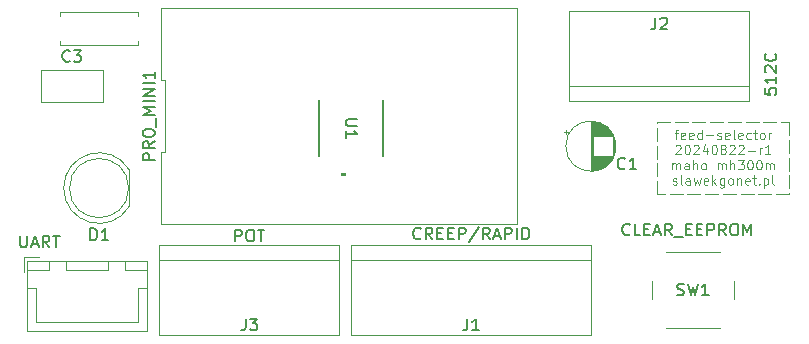
<source format=gbr>
%TF.GenerationSoftware,KiCad,Pcbnew,8.0.4*%
%TF.CreationDate,2024-08-22T00:59:55+02:00*%
%TF.ProjectId,feed-selector-v2,66656564-2d73-4656-9c65-63746f722d76,rev?*%
%TF.SameCoordinates,Original*%
%TF.FileFunction,Legend,Top*%
%TF.FilePolarity,Positive*%
%FSLAX46Y46*%
G04 Gerber Fmt 4.6, Leading zero omitted, Abs format (unit mm)*
G04 Created by KiCad (PCBNEW 8.0.4) date 2024-08-22 00:59:55*
%MOMM*%
%LPD*%
G01*
G04 APERTURE LIST*
%ADD10C,0.100000*%
%ADD11C,0.150000*%
%ADD12C,0.120000*%
%ADD13C,0.000000*%
%ADD14C,0.152400*%
G04 APERTURE END LIST*
D10*
X84296762Y-53223561D02*
X84601524Y-53223561D01*
X84411048Y-53756895D02*
X84411048Y-53071180D01*
X84411048Y-53071180D02*
X84449143Y-52994990D01*
X84449143Y-52994990D02*
X84525333Y-52956895D01*
X84525333Y-52956895D02*
X84601524Y-52956895D01*
X85172953Y-53718800D02*
X85096762Y-53756895D01*
X85096762Y-53756895D02*
X84944381Y-53756895D01*
X84944381Y-53756895D02*
X84868191Y-53718800D01*
X84868191Y-53718800D02*
X84830095Y-53642609D01*
X84830095Y-53642609D02*
X84830095Y-53337847D01*
X84830095Y-53337847D02*
X84868191Y-53261657D01*
X84868191Y-53261657D02*
X84944381Y-53223561D01*
X84944381Y-53223561D02*
X85096762Y-53223561D01*
X85096762Y-53223561D02*
X85172953Y-53261657D01*
X85172953Y-53261657D02*
X85211048Y-53337847D01*
X85211048Y-53337847D02*
X85211048Y-53414038D01*
X85211048Y-53414038D02*
X84830095Y-53490228D01*
X85858667Y-53718800D02*
X85782476Y-53756895D01*
X85782476Y-53756895D02*
X85630095Y-53756895D01*
X85630095Y-53756895D02*
X85553905Y-53718800D01*
X85553905Y-53718800D02*
X85515809Y-53642609D01*
X85515809Y-53642609D02*
X85515809Y-53337847D01*
X85515809Y-53337847D02*
X85553905Y-53261657D01*
X85553905Y-53261657D02*
X85630095Y-53223561D01*
X85630095Y-53223561D02*
X85782476Y-53223561D01*
X85782476Y-53223561D02*
X85858667Y-53261657D01*
X85858667Y-53261657D02*
X85896762Y-53337847D01*
X85896762Y-53337847D02*
X85896762Y-53414038D01*
X85896762Y-53414038D02*
X85515809Y-53490228D01*
X86582476Y-53756895D02*
X86582476Y-52956895D01*
X86582476Y-53718800D02*
X86506285Y-53756895D01*
X86506285Y-53756895D02*
X86353904Y-53756895D01*
X86353904Y-53756895D02*
X86277714Y-53718800D01*
X86277714Y-53718800D02*
X86239619Y-53680704D01*
X86239619Y-53680704D02*
X86201523Y-53604514D01*
X86201523Y-53604514D02*
X86201523Y-53375942D01*
X86201523Y-53375942D02*
X86239619Y-53299752D01*
X86239619Y-53299752D02*
X86277714Y-53261657D01*
X86277714Y-53261657D02*
X86353904Y-53223561D01*
X86353904Y-53223561D02*
X86506285Y-53223561D01*
X86506285Y-53223561D02*
X86582476Y-53261657D01*
X86963429Y-53452133D02*
X87572953Y-53452133D01*
X87915809Y-53718800D02*
X87992000Y-53756895D01*
X87992000Y-53756895D02*
X88144381Y-53756895D01*
X88144381Y-53756895D02*
X88220571Y-53718800D01*
X88220571Y-53718800D02*
X88258667Y-53642609D01*
X88258667Y-53642609D02*
X88258667Y-53604514D01*
X88258667Y-53604514D02*
X88220571Y-53528323D01*
X88220571Y-53528323D02*
X88144381Y-53490228D01*
X88144381Y-53490228D02*
X88030095Y-53490228D01*
X88030095Y-53490228D02*
X87953905Y-53452133D01*
X87953905Y-53452133D02*
X87915809Y-53375942D01*
X87915809Y-53375942D02*
X87915809Y-53337847D01*
X87915809Y-53337847D02*
X87953905Y-53261657D01*
X87953905Y-53261657D02*
X88030095Y-53223561D01*
X88030095Y-53223561D02*
X88144381Y-53223561D01*
X88144381Y-53223561D02*
X88220571Y-53261657D01*
X88906286Y-53718800D02*
X88830095Y-53756895D01*
X88830095Y-53756895D02*
X88677714Y-53756895D01*
X88677714Y-53756895D02*
X88601524Y-53718800D01*
X88601524Y-53718800D02*
X88563428Y-53642609D01*
X88563428Y-53642609D02*
X88563428Y-53337847D01*
X88563428Y-53337847D02*
X88601524Y-53261657D01*
X88601524Y-53261657D02*
X88677714Y-53223561D01*
X88677714Y-53223561D02*
X88830095Y-53223561D01*
X88830095Y-53223561D02*
X88906286Y-53261657D01*
X88906286Y-53261657D02*
X88944381Y-53337847D01*
X88944381Y-53337847D02*
X88944381Y-53414038D01*
X88944381Y-53414038D02*
X88563428Y-53490228D01*
X89401523Y-53756895D02*
X89325333Y-53718800D01*
X89325333Y-53718800D02*
X89287238Y-53642609D01*
X89287238Y-53642609D02*
X89287238Y-52956895D01*
X90011048Y-53718800D02*
X89934857Y-53756895D01*
X89934857Y-53756895D02*
X89782476Y-53756895D01*
X89782476Y-53756895D02*
X89706286Y-53718800D01*
X89706286Y-53718800D02*
X89668190Y-53642609D01*
X89668190Y-53642609D02*
X89668190Y-53337847D01*
X89668190Y-53337847D02*
X89706286Y-53261657D01*
X89706286Y-53261657D02*
X89782476Y-53223561D01*
X89782476Y-53223561D02*
X89934857Y-53223561D01*
X89934857Y-53223561D02*
X90011048Y-53261657D01*
X90011048Y-53261657D02*
X90049143Y-53337847D01*
X90049143Y-53337847D02*
X90049143Y-53414038D01*
X90049143Y-53414038D02*
X89668190Y-53490228D01*
X90734857Y-53718800D02*
X90658666Y-53756895D01*
X90658666Y-53756895D02*
X90506285Y-53756895D01*
X90506285Y-53756895D02*
X90430095Y-53718800D01*
X90430095Y-53718800D02*
X90392000Y-53680704D01*
X90392000Y-53680704D02*
X90353904Y-53604514D01*
X90353904Y-53604514D02*
X90353904Y-53375942D01*
X90353904Y-53375942D02*
X90392000Y-53299752D01*
X90392000Y-53299752D02*
X90430095Y-53261657D01*
X90430095Y-53261657D02*
X90506285Y-53223561D01*
X90506285Y-53223561D02*
X90658666Y-53223561D01*
X90658666Y-53223561D02*
X90734857Y-53261657D01*
X90963428Y-53223561D02*
X91268190Y-53223561D01*
X91077714Y-52956895D02*
X91077714Y-53642609D01*
X91077714Y-53642609D02*
X91115809Y-53718800D01*
X91115809Y-53718800D02*
X91191999Y-53756895D01*
X91191999Y-53756895D02*
X91268190Y-53756895D01*
X91649142Y-53756895D02*
X91572952Y-53718800D01*
X91572952Y-53718800D02*
X91534857Y-53680704D01*
X91534857Y-53680704D02*
X91496761Y-53604514D01*
X91496761Y-53604514D02*
X91496761Y-53375942D01*
X91496761Y-53375942D02*
X91534857Y-53299752D01*
X91534857Y-53299752D02*
X91572952Y-53261657D01*
X91572952Y-53261657D02*
X91649142Y-53223561D01*
X91649142Y-53223561D02*
X91763428Y-53223561D01*
X91763428Y-53223561D02*
X91839619Y-53261657D01*
X91839619Y-53261657D02*
X91877714Y-53299752D01*
X91877714Y-53299752D02*
X91915809Y-53375942D01*
X91915809Y-53375942D02*
X91915809Y-53604514D01*
X91915809Y-53604514D02*
X91877714Y-53680704D01*
X91877714Y-53680704D02*
X91839619Y-53718800D01*
X91839619Y-53718800D02*
X91763428Y-53756895D01*
X91763428Y-53756895D02*
X91649142Y-53756895D01*
X92258667Y-53756895D02*
X92258667Y-53223561D01*
X92258667Y-53375942D02*
X92296762Y-53299752D01*
X92296762Y-53299752D02*
X92334857Y-53261657D01*
X92334857Y-53261657D02*
X92411048Y-53223561D01*
X92411048Y-53223561D02*
X92487238Y-53223561D01*
X84372951Y-54321040D02*
X84411047Y-54282945D01*
X84411047Y-54282945D02*
X84487237Y-54244850D01*
X84487237Y-54244850D02*
X84677713Y-54244850D01*
X84677713Y-54244850D02*
X84753904Y-54282945D01*
X84753904Y-54282945D02*
X84791999Y-54321040D01*
X84791999Y-54321040D02*
X84830094Y-54397231D01*
X84830094Y-54397231D02*
X84830094Y-54473421D01*
X84830094Y-54473421D02*
X84791999Y-54587707D01*
X84791999Y-54587707D02*
X84334856Y-55044850D01*
X84334856Y-55044850D02*
X84830094Y-55044850D01*
X85325333Y-54244850D02*
X85401523Y-54244850D01*
X85401523Y-54244850D02*
X85477714Y-54282945D01*
X85477714Y-54282945D02*
X85515809Y-54321040D01*
X85515809Y-54321040D02*
X85553904Y-54397231D01*
X85553904Y-54397231D02*
X85591999Y-54549612D01*
X85591999Y-54549612D02*
X85591999Y-54740088D01*
X85591999Y-54740088D02*
X85553904Y-54892469D01*
X85553904Y-54892469D02*
X85515809Y-54968659D01*
X85515809Y-54968659D02*
X85477714Y-55006755D01*
X85477714Y-55006755D02*
X85401523Y-55044850D01*
X85401523Y-55044850D02*
X85325333Y-55044850D01*
X85325333Y-55044850D02*
X85249142Y-55006755D01*
X85249142Y-55006755D02*
X85211047Y-54968659D01*
X85211047Y-54968659D02*
X85172952Y-54892469D01*
X85172952Y-54892469D02*
X85134856Y-54740088D01*
X85134856Y-54740088D02*
X85134856Y-54549612D01*
X85134856Y-54549612D02*
X85172952Y-54397231D01*
X85172952Y-54397231D02*
X85211047Y-54321040D01*
X85211047Y-54321040D02*
X85249142Y-54282945D01*
X85249142Y-54282945D02*
X85325333Y-54244850D01*
X85896761Y-54321040D02*
X85934857Y-54282945D01*
X85934857Y-54282945D02*
X86011047Y-54244850D01*
X86011047Y-54244850D02*
X86201523Y-54244850D01*
X86201523Y-54244850D02*
X86277714Y-54282945D01*
X86277714Y-54282945D02*
X86315809Y-54321040D01*
X86315809Y-54321040D02*
X86353904Y-54397231D01*
X86353904Y-54397231D02*
X86353904Y-54473421D01*
X86353904Y-54473421D02*
X86315809Y-54587707D01*
X86315809Y-54587707D02*
X85858666Y-55044850D01*
X85858666Y-55044850D02*
X86353904Y-55044850D01*
X87039619Y-54511516D02*
X87039619Y-55044850D01*
X86849143Y-54206755D02*
X86658666Y-54778183D01*
X86658666Y-54778183D02*
X87153905Y-54778183D01*
X87611048Y-54244850D02*
X87687238Y-54244850D01*
X87687238Y-54244850D02*
X87763429Y-54282945D01*
X87763429Y-54282945D02*
X87801524Y-54321040D01*
X87801524Y-54321040D02*
X87839619Y-54397231D01*
X87839619Y-54397231D02*
X87877714Y-54549612D01*
X87877714Y-54549612D02*
X87877714Y-54740088D01*
X87877714Y-54740088D02*
X87839619Y-54892469D01*
X87839619Y-54892469D02*
X87801524Y-54968659D01*
X87801524Y-54968659D02*
X87763429Y-55006755D01*
X87763429Y-55006755D02*
X87687238Y-55044850D01*
X87687238Y-55044850D02*
X87611048Y-55044850D01*
X87611048Y-55044850D02*
X87534857Y-55006755D01*
X87534857Y-55006755D02*
X87496762Y-54968659D01*
X87496762Y-54968659D02*
X87458667Y-54892469D01*
X87458667Y-54892469D02*
X87420571Y-54740088D01*
X87420571Y-54740088D02*
X87420571Y-54549612D01*
X87420571Y-54549612D02*
X87458667Y-54397231D01*
X87458667Y-54397231D02*
X87496762Y-54321040D01*
X87496762Y-54321040D02*
X87534857Y-54282945D01*
X87534857Y-54282945D02*
X87611048Y-54244850D01*
X88334857Y-54587707D02*
X88258667Y-54549612D01*
X88258667Y-54549612D02*
X88220572Y-54511516D01*
X88220572Y-54511516D02*
X88182476Y-54435326D01*
X88182476Y-54435326D02*
X88182476Y-54397231D01*
X88182476Y-54397231D02*
X88220572Y-54321040D01*
X88220572Y-54321040D02*
X88258667Y-54282945D01*
X88258667Y-54282945D02*
X88334857Y-54244850D01*
X88334857Y-54244850D02*
X88487238Y-54244850D01*
X88487238Y-54244850D02*
X88563429Y-54282945D01*
X88563429Y-54282945D02*
X88601524Y-54321040D01*
X88601524Y-54321040D02*
X88639619Y-54397231D01*
X88639619Y-54397231D02*
X88639619Y-54435326D01*
X88639619Y-54435326D02*
X88601524Y-54511516D01*
X88601524Y-54511516D02*
X88563429Y-54549612D01*
X88563429Y-54549612D02*
X88487238Y-54587707D01*
X88487238Y-54587707D02*
X88334857Y-54587707D01*
X88334857Y-54587707D02*
X88258667Y-54625802D01*
X88258667Y-54625802D02*
X88220572Y-54663897D01*
X88220572Y-54663897D02*
X88182476Y-54740088D01*
X88182476Y-54740088D02*
X88182476Y-54892469D01*
X88182476Y-54892469D02*
X88220572Y-54968659D01*
X88220572Y-54968659D02*
X88258667Y-55006755D01*
X88258667Y-55006755D02*
X88334857Y-55044850D01*
X88334857Y-55044850D02*
X88487238Y-55044850D01*
X88487238Y-55044850D02*
X88563429Y-55006755D01*
X88563429Y-55006755D02*
X88601524Y-54968659D01*
X88601524Y-54968659D02*
X88639619Y-54892469D01*
X88639619Y-54892469D02*
X88639619Y-54740088D01*
X88639619Y-54740088D02*
X88601524Y-54663897D01*
X88601524Y-54663897D02*
X88563429Y-54625802D01*
X88563429Y-54625802D02*
X88487238Y-54587707D01*
X88944381Y-54321040D02*
X88982477Y-54282945D01*
X88982477Y-54282945D02*
X89058667Y-54244850D01*
X89058667Y-54244850D02*
X89249143Y-54244850D01*
X89249143Y-54244850D02*
X89325334Y-54282945D01*
X89325334Y-54282945D02*
X89363429Y-54321040D01*
X89363429Y-54321040D02*
X89401524Y-54397231D01*
X89401524Y-54397231D02*
X89401524Y-54473421D01*
X89401524Y-54473421D02*
X89363429Y-54587707D01*
X89363429Y-54587707D02*
X88906286Y-55044850D01*
X88906286Y-55044850D02*
X89401524Y-55044850D01*
X89706286Y-54321040D02*
X89744382Y-54282945D01*
X89744382Y-54282945D02*
X89820572Y-54244850D01*
X89820572Y-54244850D02*
X90011048Y-54244850D01*
X90011048Y-54244850D02*
X90087239Y-54282945D01*
X90087239Y-54282945D02*
X90125334Y-54321040D01*
X90125334Y-54321040D02*
X90163429Y-54397231D01*
X90163429Y-54397231D02*
X90163429Y-54473421D01*
X90163429Y-54473421D02*
X90125334Y-54587707D01*
X90125334Y-54587707D02*
X89668191Y-55044850D01*
X89668191Y-55044850D02*
X90163429Y-55044850D01*
X90506287Y-54740088D02*
X91115811Y-54740088D01*
X91496763Y-55044850D02*
X91496763Y-54511516D01*
X91496763Y-54663897D02*
X91534858Y-54587707D01*
X91534858Y-54587707D02*
X91572953Y-54549612D01*
X91572953Y-54549612D02*
X91649144Y-54511516D01*
X91649144Y-54511516D02*
X91725334Y-54511516D01*
X92411048Y-55044850D02*
X91953905Y-55044850D01*
X92182477Y-55044850D02*
X92182477Y-54244850D01*
X92182477Y-54244850D02*
X92106286Y-54359135D01*
X92106286Y-54359135D02*
X92030096Y-54435326D01*
X92030096Y-54435326D02*
X91953905Y-54473421D01*
X84087236Y-56332805D02*
X84087236Y-55799471D01*
X84087236Y-55875662D02*
X84125331Y-55837567D01*
X84125331Y-55837567D02*
X84201521Y-55799471D01*
X84201521Y-55799471D02*
X84315807Y-55799471D01*
X84315807Y-55799471D02*
X84391998Y-55837567D01*
X84391998Y-55837567D02*
X84430093Y-55913757D01*
X84430093Y-55913757D02*
X84430093Y-56332805D01*
X84430093Y-55913757D02*
X84468188Y-55837567D01*
X84468188Y-55837567D02*
X84544379Y-55799471D01*
X84544379Y-55799471D02*
X84658664Y-55799471D01*
X84658664Y-55799471D02*
X84734855Y-55837567D01*
X84734855Y-55837567D02*
X84772950Y-55913757D01*
X84772950Y-55913757D02*
X84772950Y-56332805D01*
X85496760Y-56332805D02*
X85496760Y-55913757D01*
X85496760Y-55913757D02*
X85458665Y-55837567D01*
X85458665Y-55837567D02*
X85382474Y-55799471D01*
X85382474Y-55799471D02*
X85230093Y-55799471D01*
X85230093Y-55799471D02*
X85153903Y-55837567D01*
X85496760Y-56294710D02*
X85420569Y-56332805D01*
X85420569Y-56332805D02*
X85230093Y-56332805D01*
X85230093Y-56332805D02*
X85153903Y-56294710D01*
X85153903Y-56294710D02*
X85115807Y-56218519D01*
X85115807Y-56218519D02*
X85115807Y-56142329D01*
X85115807Y-56142329D02*
X85153903Y-56066138D01*
X85153903Y-56066138D02*
X85230093Y-56028043D01*
X85230093Y-56028043D02*
X85420569Y-56028043D01*
X85420569Y-56028043D02*
X85496760Y-55989948D01*
X85877713Y-56332805D02*
X85877713Y-55532805D01*
X86220570Y-56332805D02*
X86220570Y-55913757D01*
X86220570Y-55913757D02*
X86182475Y-55837567D01*
X86182475Y-55837567D02*
X86106284Y-55799471D01*
X86106284Y-55799471D02*
X85991998Y-55799471D01*
X85991998Y-55799471D02*
X85915808Y-55837567D01*
X85915808Y-55837567D02*
X85877713Y-55875662D01*
X86715808Y-56332805D02*
X86639618Y-56294710D01*
X86639618Y-56294710D02*
X86601523Y-56256614D01*
X86601523Y-56256614D02*
X86563427Y-56180424D01*
X86563427Y-56180424D02*
X86563427Y-55951852D01*
X86563427Y-55951852D02*
X86601523Y-55875662D01*
X86601523Y-55875662D02*
X86639618Y-55837567D01*
X86639618Y-55837567D02*
X86715808Y-55799471D01*
X86715808Y-55799471D02*
X86830094Y-55799471D01*
X86830094Y-55799471D02*
X86906285Y-55837567D01*
X86906285Y-55837567D02*
X86944380Y-55875662D01*
X86944380Y-55875662D02*
X86982475Y-55951852D01*
X86982475Y-55951852D02*
X86982475Y-56180424D01*
X86982475Y-56180424D02*
X86944380Y-56256614D01*
X86944380Y-56256614D02*
X86906285Y-56294710D01*
X86906285Y-56294710D02*
X86830094Y-56332805D01*
X86830094Y-56332805D02*
X86715808Y-56332805D01*
X87934857Y-56332805D02*
X87934857Y-55799471D01*
X87934857Y-55875662D02*
X87972952Y-55837567D01*
X87972952Y-55837567D02*
X88049142Y-55799471D01*
X88049142Y-55799471D02*
X88163428Y-55799471D01*
X88163428Y-55799471D02*
X88239619Y-55837567D01*
X88239619Y-55837567D02*
X88277714Y-55913757D01*
X88277714Y-55913757D02*
X88277714Y-56332805D01*
X88277714Y-55913757D02*
X88315809Y-55837567D01*
X88315809Y-55837567D02*
X88392000Y-55799471D01*
X88392000Y-55799471D02*
X88506285Y-55799471D01*
X88506285Y-55799471D02*
X88582476Y-55837567D01*
X88582476Y-55837567D02*
X88620571Y-55913757D01*
X88620571Y-55913757D02*
X88620571Y-56332805D01*
X89001524Y-56332805D02*
X89001524Y-55532805D01*
X89344381Y-56332805D02*
X89344381Y-55913757D01*
X89344381Y-55913757D02*
X89306286Y-55837567D01*
X89306286Y-55837567D02*
X89230095Y-55799471D01*
X89230095Y-55799471D02*
X89115809Y-55799471D01*
X89115809Y-55799471D02*
X89039619Y-55837567D01*
X89039619Y-55837567D02*
X89001524Y-55875662D01*
X89649143Y-55532805D02*
X90144381Y-55532805D01*
X90144381Y-55532805D02*
X89877715Y-55837567D01*
X89877715Y-55837567D02*
X89992000Y-55837567D01*
X89992000Y-55837567D02*
X90068191Y-55875662D01*
X90068191Y-55875662D02*
X90106286Y-55913757D01*
X90106286Y-55913757D02*
X90144381Y-55989948D01*
X90144381Y-55989948D02*
X90144381Y-56180424D01*
X90144381Y-56180424D02*
X90106286Y-56256614D01*
X90106286Y-56256614D02*
X90068191Y-56294710D01*
X90068191Y-56294710D02*
X89992000Y-56332805D01*
X89992000Y-56332805D02*
X89763429Y-56332805D01*
X89763429Y-56332805D02*
X89687238Y-56294710D01*
X89687238Y-56294710D02*
X89649143Y-56256614D01*
X90639620Y-55532805D02*
X90715810Y-55532805D01*
X90715810Y-55532805D02*
X90792001Y-55570900D01*
X90792001Y-55570900D02*
X90830096Y-55608995D01*
X90830096Y-55608995D02*
X90868191Y-55685186D01*
X90868191Y-55685186D02*
X90906286Y-55837567D01*
X90906286Y-55837567D02*
X90906286Y-56028043D01*
X90906286Y-56028043D02*
X90868191Y-56180424D01*
X90868191Y-56180424D02*
X90830096Y-56256614D01*
X90830096Y-56256614D02*
X90792001Y-56294710D01*
X90792001Y-56294710D02*
X90715810Y-56332805D01*
X90715810Y-56332805D02*
X90639620Y-56332805D01*
X90639620Y-56332805D02*
X90563429Y-56294710D01*
X90563429Y-56294710D02*
X90525334Y-56256614D01*
X90525334Y-56256614D02*
X90487239Y-56180424D01*
X90487239Y-56180424D02*
X90449143Y-56028043D01*
X90449143Y-56028043D02*
X90449143Y-55837567D01*
X90449143Y-55837567D02*
X90487239Y-55685186D01*
X90487239Y-55685186D02*
X90525334Y-55608995D01*
X90525334Y-55608995D02*
X90563429Y-55570900D01*
X90563429Y-55570900D02*
X90639620Y-55532805D01*
X91401525Y-55532805D02*
X91477715Y-55532805D01*
X91477715Y-55532805D02*
X91553906Y-55570900D01*
X91553906Y-55570900D02*
X91592001Y-55608995D01*
X91592001Y-55608995D02*
X91630096Y-55685186D01*
X91630096Y-55685186D02*
X91668191Y-55837567D01*
X91668191Y-55837567D02*
X91668191Y-56028043D01*
X91668191Y-56028043D02*
X91630096Y-56180424D01*
X91630096Y-56180424D02*
X91592001Y-56256614D01*
X91592001Y-56256614D02*
X91553906Y-56294710D01*
X91553906Y-56294710D02*
X91477715Y-56332805D01*
X91477715Y-56332805D02*
X91401525Y-56332805D01*
X91401525Y-56332805D02*
X91325334Y-56294710D01*
X91325334Y-56294710D02*
X91287239Y-56256614D01*
X91287239Y-56256614D02*
X91249144Y-56180424D01*
X91249144Y-56180424D02*
X91211048Y-56028043D01*
X91211048Y-56028043D02*
X91211048Y-55837567D01*
X91211048Y-55837567D02*
X91249144Y-55685186D01*
X91249144Y-55685186D02*
X91287239Y-55608995D01*
X91287239Y-55608995D02*
X91325334Y-55570900D01*
X91325334Y-55570900D02*
X91401525Y-55532805D01*
X92011049Y-56332805D02*
X92011049Y-55799471D01*
X92011049Y-55875662D02*
X92049144Y-55837567D01*
X92049144Y-55837567D02*
X92125334Y-55799471D01*
X92125334Y-55799471D02*
X92239620Y-55799471D01*
X92239620Y-55799471D02*
X92315811Y-55837567D01*
X92315811Y-55837567D02*
X92353906Y-55913757D01*
X92353906Y-55913757D02*
X92353906Y-56332805D01*
X92353906Y-55913757D02*
X92392001Y-55837567D01*
X92392001Y-55837567D02*
X92468192Y-55799471D01*
X92468192Y-55799471D02*
X92582477Y-55799471D01*
X92582477Y-55799471D02*
X92658668Y-55837567D01*
X92658668Y-55837567D02*
X92696763Y-55913757D01*
X92696763Y-55913757D02*
X92696763Y-56332805D01*
X84144379Y-57582665D02*
X84220570Y-57620760D01*
X84220570Y-57620760D02*
X84372951Y-57620760D01*
X84372951Y-57620760D02*
X84449141Y-57582665D01*
X84449141Y-57582665D02*
X84487237Y-57506474D01*
X84487237Y-57506474D02*
X84487237Y-57468379D01*
X84487237Y-57468379D02*
X84449141Y-57392188D01*
X84449141Y-57392188D02*
X84372951Y-57354093D01*
X84372951Y-57354093D02*
X84258665Y-57354093D01*
X84258665Y-57354093D02*
X84182475Y-57315998D01*
X84182475Y-57315998D02*
X84144379Y-57239807D01*
X84144379Y-57239807D02*
X84144379Y-57201712D01*
X84144379Y-57201712D02*
X84182475Y-57125522D01*
X84182475Y-57125522D02*
X84258665Y-57087426D01*
X84258665Y-57087426D02*
X84372951Y-57087426D01*
X84372951Y-57087426D02*
X84449141Y-57125522D01*
X84944379Y-57620760D02*
X84868189Y-57582665D01*
X84868189Y-57582665D02*
X84830094Y-57506474D01*
X84830094Y-57506474D02*
X84830094Y-56820760D01*
X85591999Y-57620760D02*
X85591999Y-57201712D01*
X85591999Y-57201712D02*
X85553904Y-57125522D01*
X85553904Y-57125522D02*
X85477713Y-57087426D01*
X85477713Y-57087426D02*
X85325332Y-57087426D01*
X85325332Y-57087426D02*
X85249142Y-57125522D01*
X85591999Y-57582665D02*
X85515808Y-57620760D01*
X85515808Y-57620760D02*
X85325332Y-57620760D01*
X85325332Y-57620760D02*
X85249142Y-57582665D01*
X85249142Y-57582665D02*
X85211046Y-57506474D01*
X85211046Y-57506474D02*
X85211046Y-57430284D01*
X85211046Y-57430284D02*
X85249142Y-57354093D01*
X85249142Y-57354093D02*
X85325332Y-57315998D01*
X85325332Y-57315998D02*
X85515808Y-57315998D01*
X85515808Y-57315998D02*
X85591999Y-57277903D01*
X85896761Y-57087426D02*
X86049142Y-57620760D01*
X86049142Y-57620760D02*
X86201523Y-57239807D01*
X86201523Y-57239807D02*
X86353904Y-57620760D01*
X86353904Y-57620760D02*
X86506285Y-57087426D01*
X87115809Y-57582665D02*
X87039618Y-57620760D01*
X87039618Y-57620760D02*
X86887237Y-57620760D01*
X86887237Y-57620760D02*
X86811047Y-57582665D01*
X86811047Y-57582665D02*
X86772951Y-57506474D01*
X86772951Y-57506474D02*
X86772951Y-57201712D01*
X86772951Y-57201712D02*
X86811047Y-57125522D01*
X86811047Y-57125522D02*
X86887237Y-57087426D01*
X86887237Y-57087426D02*
X87039618Y-57087426D01*
X87039618Y-57087426D02*
X87115809Y-57125522D01*
X87115809Y-57125522D02*
X87153904Y-57201712D01*
X87153904Y-57201712D02*
X87153904Y-57277903D01*
X87153904Y-57277903D02*
X86772951Y-57354093D01*
X87496761Y-57620760D02*
X87496761Y-56820760D01*
X87572951Y-57315998D02*
X87801523Y-57620760D01*
X87801523Y-57087426D02*
X87496761Y-57392188D01*
X88487237Y-57087426D02*
X88487237Y-57735045D01*
X88487237Y-57735045D02*
X88449142Y-57811236D01*
X88449142Y-57811236D02*
X88411046Y-57849331D01*
X88411046Y-57849331D02*
X88334856Y-57887426D01*
X88334856Y-57887426D02*
X88220570Y-57887426D01*
X88220570Y-57887426D02*
X88144380Y-57849331D01*
X88487237Y-57582665D02*
X88411046Y-57620760D01*
X88411046Y-57620760D02*
X88258665Y-57620760D01*
X88258665Y-57620760D02*
X88182475Y-57582665D01*
X88182475Y-57582665D02*
X88144380Y-57544569D01*
X88144380Y-57544569D02*
X88106284Y-57468379D01*
X88106284Y-57468379D02*
X88106284Y-57239807D01*
X88106284Y-57239807D02*
X88144380Y-57163617D01*
X88144380Y-57163617D02*
X88182475Y-57125522D01*
X88182475Y-57125522D02*
X88258665Y-57087426D01*
X88258665Y-57087426D02*
X88411046Y-57087426D01*
X88411046Y-57087426D02*
X88487237Y-57125522D01*
X88982475Y-57620760D02*
X88906285Y-57582665D01*
X88906285Y-57582665D02*
X88868190Y-57544569D01*
X88868190Y-57544569D02*
X88830094Y-57468379D01*
X88830094Y-57468379D02*
X88830094Y-57239807D01*
X88830094Y-57239807D02*
X88868190Y-57163617D01*
X88868190Y-57163617D02*
X88906285Y-57125522D01*
X88906285Y-57125522D02*
X88982475Y-57087426D01*
X88982475Y-57087426D02*
X89096761Y-57087426D01*
X89096761Y-57087426D02*
X89172952Y-57125522D01*
X89172952Y-57125522D02*
X89211047Y-57163617D01*
X89211047Y-57163617D02*
X89249142Y-57239807D01*
X89249142Y-57239807D02*
X89249142Y-57468379D01*
X89249142Y-57468379D02*
X89211047Y-57544569D01*
X89211047Y-57544569D02*
X89172952Y-57582665D01*
X89172952Y-57582665D02*
X89096761Y-57620760D01*
X89096761Y-57620760D02*
X88982475Y-57620760D01*
X89592000Y-57087426D02*
X89592000Y-57620760D01*
X89592000Y-57163617D02*
X89630095Y-57125522D01*
X89630095Y-57125522D02*
X89706285Y-57087426D01*
X89706285Y-57087426D02*
X89820571Y-57087426D01*
X89820571Y-57087426D02*
X89896762Y-57125522D01*
X89896762Y-57125522D02*
X89934857Y-57201712D01*
X89934857Y-57201712D02*
X89934857Y-57620760D01*
X90620572Y-57582665D02*
X90544381Y-57620760D01*
X90544381Y-57620760D02*
X90392000Y-57620760D01*
X90392000Y-57620760D02*
X90315810Y-57582665D01*
X90315810Y-57582665D02*
X90277714Y-57506474D01*
X90277714Y-57506474D02*
X90277714Y-57201712D01*
X90277714Y-57201712D02*
X90315810Y-57125522D01*
X90315810Y-57125522D02*
X90392000Y-57087426D01*
X90392000Y-57087426D02*
X90544381Y-57087426D01*
X90544381Y-57087426D02*
X90620572Y-57125522D01*
X90620572Y-57125522D02*
X90658667Y-57201712D01*
X90658667Y-57201712D02*
X90658667Y-57277903D01*
X90658667Y-57277903D02*
X90277714Y-57354093D01*
X90887238Y-57087426D02*
X91192000Y-57087426D01*
X91001524Y-56820760D02*
X91001524Y-57506474D01*
X91001524Y-57506474D02*
X91039619Y-57582665D01*
X91039619Y-57582665D02*
X91115809Y-57620760D01*
X91115809Y-57620760D02*
X91192000Y-57620760D01*
X91458667Y-57544569D02*
X91496762Y-57582665D01*
X91496762Y-57582665D02*
X91458667Y-57620760D01*
X91458667Y-57620760D02*
X91420571Y-57582665D01*
X91420571Y-57582665D02*
X91458667Y-57544569D01*
X91458667Y-57544569D02*
X91458667Y-57620760D01*
X91839619Y-57087426D02*
X91839619Y-57887426D01*
X91839619Y-57125522D02*
X91915809Y-57087426D01*
X91915809Y-57087426D02*
X92068190Y-57087426D01*
X92068190Y-57087426D02*
X92144381Y-57125522D01*
X92144381Y-57125522D02*
X92182476Y-57163617D01*
X92182476Y-57163617D02*
X92220571Y-57239807D01*
X92220571Y-57239807D02*
X92220571Y-57468379D01*
X92220571Y-57468379D02*
X92182476Y-57544569D01*
X92182476Y-57544569D02*
X92144381Y-57582665D01*
X92144381Y-57582665D02*
X92068190Y-57620760D01*
X92068190Y-57620760D02*
X91915809Y-57620760D01*
X91915809Y-57620760D02*
X91839619Y-57582665D01*
X92677714Y-57620760D02*
X92601524Y-57582665D01*
X92601524Y-57582665D02*
X92563429Y-57506474D01*
X92563429Y-57506474D02*
X92563429Y-56820760D01*
X82804000Y-52324000D02*
X83904000Y-52324000D01*
X84304000Y-52324000D02*
X85404000Y-52324000D01*
X85804000Y-52324000D02*
X86904000Y-52324000D01*
X87304000Y-52324000D02*
X88404000Y-52324000D01*
X88804000Y-52324000D02*
X89904000Y-52324000D01*
X90304000Y-52324000D02*
X91404000Y-52324000D01*
X91804000Y-52324000D02*
X92904000Y-52324000D01*
X93304000Y-52324000D02*
X93980000Y-52324000D01*
X93980000Y-52324000D02*
X93980000Y-53424000D01*
X93980000Y-53824000D02*
X93980000Y-54924000D01*
X93980000Y-55324000D02*
X93980000Y-56424000D01*
X93980000Y-56824000D02*
X93980000Y-57924000D01*
X93980000Y-58324000D02*
X93980000Y-58420000D01*
X93980000Y-58420000D02*
X92880000Y-58420000D01*
X92480000Y-58420000D02*
X91380000Y-58420000D01*
X90980000Y-58420000D02*
X89880000Y-58420000D01*
X89480000Y-58420000D02*
X88380000Y-58420000D01*
X87980000Y-58420000D02*
X86880000Y-58420000D01*
X86480000Y-58420000D02*
X85380000Y-58420000D01*
X84980000Y-58420000D02*
X83880000Y-58420000D01*
X83480000Y-58420000D02*
X82804000Y-58420000D01*
X82804000Y-58420000D02*
X82804000Y-57320000D01*
X82804000Y-56920000D02*
X82804000Y-55820000D01*
X82804000Y-55420000D02*
X82804000Y-54320000D01*
X82804000Y-53920000D02*
X82804000Y-52820000D01*
X82804000Y-52420000D02*
X82804000Y-52324000D01*
D11*
X40264819Y-55530284D02*
X39264819Y-55530284D01*
X39264819Y-55530284D02*
X39264819Y-55149332D01*
X39264819Y-55149332D02*
X39312438Y-55054094D01*
X39312438Y-55054094D02*
X39360057Y-55006475D01*
X39360057Y-55006475D02*
X39455295Y-54958856D01*
X39455295Y-54958856D02*
X39598152Y-54958856D01*
X39598152Y-54958856D02*
X39693390Y-55006475D01*
X39693390Y-55006475D02*
X39741009Y-55054094D01*
X39741009Y-55054094D02*
X39788628Y-55149332D01*
X39788628Y-55149332D02*
X39788628Y-55530284D01*
X40264819Y-53958856D02*
X39788628Y-54292189D01*
X40264819Y-54530284D02*
X39264819Y-54530284D01*
X39264819Y-54530284D02*
X39264819Y-54149332D01*
X39264819Y-54149332D02*
X39312438Y-54054094D01*
X39312438Y-54054094D02*
X39360057Y-54006475D01*
X39360057Y-54006475D02*
X39455295Y-53958856D01*
X39455295Y-53958856D02*
X39598152Y-53958856D01*
X39598152Y-53958856D02*
X39693390Y-54006475D01*
X39693390Y-54006475D02*
X39741009Y-54054094D01*
X39741009Y-54054094D02*
X39788628Y-54149332D01*
X39788628Y-54149332D02*
X39788628Y-54530284D01*
X39264819Y-53339808D02*
X39264819Y-53149332D01*
X39264819Y-53149332D02*
X39312438Y-53054094D01*
X39312438Y-53054094D02*
X39407676Y-52958856D01*
X39407676Y-52958856D02*
X39598152Y-52911237D01*
X39598152Y-52911237D02*
X39931485Y-52911237D01*
X39931485Y-52911237D02*
X40121961Y-52958856D01*
X40121961Y-52958856D02*
X40217200Y-53054094D01*
X40217200Y-53054094D02*
X40264819Y-53149332D01*
X40264819Y-53149332D02*
X40264819Y-53339808D01*
X40264819Y-53339808D02*
X40217200Y-53435046D01*
X40217200Y-53435046D02*
X40121961Y-53530284D01*
X40121961Y-53530284D02*
X39931485Y-53577903D01*
X39931485Y-53577903D02*
X39598152Y-53577903D01*
X39598152Y-53577903D02*
X39407676Y-53530284D01*
X39407676Y-53530284D02*
X39312438Y-53435046D01*
X39312438Y-53435046D02*
X39264819Y-53339808D01*
X40360057Y-52720761D02*
X40360057Y-51958856D01*
X40264819Y-51720760D02*
X39264819Y-51720760D01*
X39264819Y-51720760D02*
X39979104Y-51387427D01*
X39979104Y-51387427D02*
X39264819Y-51054094D01*
X39264819Y-51054094D02*
X40264819Y-51054094D01*
X40264819Y-50577903D02*
X39264819Y-50577903D01*
X40264819Y-50101713D02*
X39264819Y-50101713D01*
X39264819Y-50101713D02*
X40264819Y-49530285D01*
X40264819Y-49530285D02*
X39264819Y-49530285D01*
X40264819Y-49054094D02*
X39264819Y-49054094D01*
X40264819Y-48054095D02*
X40264819Y-48625523D01*
X40264819Y-48339809D02*
X39264819Y-48339809D01*
X39264819Y-48339809D02*
X39407676Y-48435047D01*
X39407676Y-48435047D02*
X39502914Y-48530285D01*
X39502914Y-48530285D02*
X39550533Y-48625523D01*
X80097333Y-56239580D02*
X80049714Y-56287200D01*
X80049714Y-56287200D02*
X79906857Y-56334819D01*
X79906857Y-56334819D02*
X79811619Y-56334819D01*
X79811619Y-56334819D02*
X79668762Y-56287200D01*
X79668762Y-56287200D02*
X79573524Y-56191961D01*
X79573524Y-56191961D02*
X79525905Y-56096723D01*
X79525905Y-56096723D02*
X79478286Y-55906247D01*
X79478286Y-55906247D02*
X79478286Y-55763390D01*
X79478286Y-55763390D02*
X79525905Y-55572914D01*
X79525905Y-55572914D02*
X79573524Y-55477676D01*
X79573524Y-55477676D02*
X79668762Y-55382438D01*
X79668762Y-55382438D02*
X79811619Y-55334819D01*
X79811619Y-55334819D02*
X79906857Y-55334819D01*
X79906857Y-55334819D02*
X80049714Y-55382438D01*
X80049714Y-55382438D02*
X80097333Y-55430057D01*
X81049714Y-56334819D02*
X80478286Y-56334819D01*
X80764000Y-56334819D02*
X80764000Y-55334819D01*
X80764000Y-55334819D02*
X80668762Y-55477676D01*
X80668762Y-55477676D02*
X80573524Y-55572914D01*
X80573524Y-55572914D02*
X80478286Y-55620533D01*
X66742666Y-68962819D02*
X66742666Y-69677104D01*
X66742666Y-69677104D02*
X66695047Y-69819961D01*
X66695047Y-69819961D02*
X66599809Y-69915200D01*
X66599809Y-69915200D02*
X66456952Y-69962819D01*
X66456952Y-69962819D02*
X66361714Y-69962819D01*
X67742666Y-69962819D02*
X67171238Y-69962819D01*
X67456952Y-69962819D02*
X67456952Y-68962819D01*
X67456952Y-68962819D02*
X67361714Y-69105676D01*
X67361714Y-69105676D02*
X67266476Y-69200914D01*
X67266476Y-69200914D02*
X67171238Y-69248533D01*
X62790285Y-62157580D02*
X62742666Y-62205200D01*
X62742666Y-62205200D02*
X62599809Y-62252819D01*
X62599809Y-62252819D02*
X62504571Y-62252819D01*
X62504571Y-62252819D02*
X62361714Y-62205200D01*
X62361714Y-62205200D02*
X62266476Y-62109961D01*
X62266476Y-62109961D02*
X62218857Y-62014723D01*
X62218857Y-62014723D02*
X62171238Y-61824247D01*
X62171238Y-61824247D02*
X62171238Y-61681390D01*
X62171238Y-61681390D02*
X62218857Y-61490914D01*
X62218857Y-61490914D02*
X62266476Y-61395676D01*
X62266476Y-61395676D02*
X62361714Y-61300438D01*
X62361714Y-61300438D02*
X62504571Y-61252819D01*
X62504571Y-61252819D02*
X62599809Y-61252819D01*
X62599809Y-61252819D02*
X62742666Y-61300438D01*
X62742666Y-61300438D02*
X62790285Y-61348057D01*
X63790285Y-62252819D02*
X63456952Y-61776628D01*
X63218857Y-62252819D02*
X63218857Y-61252819D01*
X63218857Y-61252819D02*
X63599809Y-61252819D01*
X63599809Y-61252819D02*
X63695047Y-61300438D01*
X63695047Y-61300438D02*
X63742666Y-61348057D01*
X63742666Y-61348057D02*
X63790285Y-61443295D01*
X63790285Y-61443295D02*
X63790285Y-61586152D01*
X63790285Y-61586152D02*
X63742666Y-61681390D01*
X63742666Y-61681390D02*
X63695047Y-61729009D01*
X63695047Y-61729009D02*
X63599809Y-61776628D01*
X63599809Y-61776628D02*
X63218857Y-61776628D01*
X64218857Y-61729009D02*
X64552190Y-61729009D01*
X64695047Y-62252819D02*
X64218857Y-62252819D01*
X64218857Y-62252819D02*
X64218857Y-61252819D01*
X64218857Y-61252819D02*
X64695047Y-61252819D01*
X65123619Y-61729009D02*
X65456952Y-61729009D01*
X65599809Y-62252819D02*
X65123619Y-62252819D01*
X65123619Y-62252819D02*
X65123619Y-61252819D01*
X65123619Y-61252819D02*
X65599809Y-61252819D01*
X66028381Y-62252819D02*
X66028381Y-61252819D01*
X66028381Y-61252819D02*
X66409333Y-61252819D01*
X66409333Y-61252819D02*
X66504571Y-61300438D01*
X66504571Y-61300438D02*
X66552190Y-61348057D01*
X66552190Y-61348057D02*
X66599809Y-61443295D01*
X66599809Y-61443295D02*
X66599809Y-61586152D01*
X66599809Y-61586152D02*
X66552190Y-61681390D01*
X66552190Y-61681390D02*
X66504571Y-61729009D01*
X66504571Y-61729009D02*
X66409333Y-61776628D01*
X66409333Y-61776628D02*
X66028381Y-61776628D01*
X67742666Y-61205200D02*
X66885524Y-62490914D01*
X68647428Y-62252819D02*
X68314095Y-61776628D01*
X68076000Y-62252819D02*
X68076000Y-61252819D01*
X68076000Y-61252819D02*
X68456952Y-61252819D01*
X68456952Y-61252819D02*
X68552190Y-61300438D01*
X68552190Y-61300438D02*
X68599809Y-61348057D01*
X68599809Y-61348057D02*
X68647428Y-61443295D01*
X68647428Y-61443295D02*
X68647428Y-61586152D01*
X68647428Y-61586152D02*
X68599809Y-61681390D01*
X68599809Y-61681390D02*
X68552190Y-61729009D01*
X68552190Y-61729009D02*
X68456952Y-61776628D01*
X68456952Y-61776628D02*
X68076000Y-61776628D01*
X69028381Y-61967104D02*
X69504571Y-61967104D01*
X68933143Y-62252819D02*
X69266476Y-61252819D01*
X69266476Y-61252819D02*
X69599809Y-62252819D01*
X69933143Y-62252819D02*
X69933143Y-61252819D01*
X69933143Y-61252819D02*
X70314095Y-61252819D01*
X70314095Y-61252819D02*
X70409333Y-61300438D01*
X70409333Y-61300438D02*
X70456952Y-61348057D01*
X70456952Y-61348057D02*
X70504571Y-61443295D01*
X70504571Y-61443295D02*
X70504571Y-61586152D01*
X70504571Y-61586152D02*
X70456952Y-61681390D01*
X70456952Y-61681390D02*
X70409333Y-61729009D01*
X70409333Y-61729009D02*
X70314095Y-61776628D01*
X70314095Y-61776628D02*
X69933143Y-61776628D01*
X70933143Y-62252819D02*
X70933143Y-61252819D01*
X71409333Y-62252819D02*
X71409333Y-61252819D01*
X71409333Y-61252819D02*
X71647428Y-61252819D01*
X71647428Y-61252819D02*
X71790285Y-61300438D01*
X71790285Y-61300438D02*
X71885523Y-61395676D01*
X71885523Y-61395676D02*
X71933142Y-61490914D01*
X71933142Y-61490914D02*
X71980761Y-61681390D01*
X71980761Y-61681390D02*
X71980761Y-61824247D01*
X71980761Y-61824247D02*
X71933142Y-62014723D01*
X71933142Y-62014723D02*
X71885523Y-62109961D01*
X71885523Y-62109961D02*
X71790285Y-62205200D01*
X71790285Y-62205200D02*
X71647428Y-62252819D01*
X71647428Y-62252819D02*
X71409333Y-62252819D01*
X47966666Y-68962819D02*
X47966666Y-69677104D01*
X47966666Y-69677104D02*
X47919047Y-69819961D01*
X47919047Y-69819961D02*
X47823809Y-69915200D01*
X47823809Y-69915200D02*
X47680952Y-69962819D01*
X47680952Y-69962819D02*
X47585714Y-69962819D01*
X48347619Y-68962819D02*
X48966666Y-68962819D01*
X48966666Y-68962819D02*
X48633333Y-69343771D01*
X48633333Y-69343771D02*
X48776190Y-69343771D01*
X48776190Y-69343771D02*
X48871428Y-69391390D01*
X48871428Y-69391390D02*
X48919047Y-69439009D01*
X48919047Y-69439009D02*
X48966666Y-69534247D01*
X48966666Y-69534247D02*
X48966666Y-69772342D01*
X48966666Y-69772342D02*
X48919047Y-69867580D01*
X48919047Y-69867580D02*
X48871428Y-69915200D01*
X48871428Y-69915200D02*
X48776190Y-69962819D01*
X48776190Y-69962819D02*
X48490476Y-69962819D01*
X48490476Y-69962819D02*
X48395238Y-69915200D01*
X48395238Y-69915200D02*
X48347619Y-69867580D01*
X47093333Y-62430819D02*
X47093333Y-61430819D01*
X47093333Y-61430819D02*
X47474285Y-61430819D01*
X47474285Y-61430819D02*
X47569523Y-61478438D01*
X47569523Y-61478438D02*
X47617142Y-61526057D01*
X47617142Y-61526057D02*
X47664761Y-61621295D01*
X47664761Y-61621295D02*
X47664761Y-61764152D01*
X47664761Y-61764152D02*
X47617142Y-61859390D01*
X47617142Y-61859390D02*
X47569523Y-61907009D01*
X47569523Y-61907009D02*
X47474285Y-61954628D01*
X47474285Y-61954628D02*
X47093333Y-61954628D01*
X48283809Y-61430819D02*
X48474285Y-61430819D01*
X48474285Y-61430819D02*
X48569523Y-61478438D01*
X48569523Y-61478438D02*
X48664761Y-61573676D01*
X48664761Y-61573676D02*
X48712380Y-61764152D01*
X48712380Y-61764152D02*
X48712380Y-62097485D01*
X48712380Y-62097485D02*
X48664761Y-62287961D01*
X48664761Y-62287961D02*
X48569523Y-62383200D01*
X48569523Y-62383200D02*
X48474285Y-62430819D01*
X48474285Y-62430819D02*
X48283809Y-62430819D01*
X48283809Y-62430819D02*
X48188571Y-62383200D01*
X48188571Y-62383200D02*
X48093333Y-62287961D01*
X48093333Y-62287961D02*
X48045714Y-62097485D01*
X48045714Y-62097485D02*
X48045714Y-61764152D01*
X48045714Y-61764152D02*
X48093333Y-61573676D01*
X48093333Y-61573676D02*
X48188571Y-61478438D01*
X48188571Y-61478438D02*
X48283809Y-61430819D01*
X48998095Y-61430819D02*
X49569523Y-61430819D01*
X49283809Y-62430819D02*
X49283809Y-61430819D01*
X80494856Y-61827580D02*
X80447237Y-61875200D01*
X80447237Y-61875200D02*
X80304380Y-61922819D01*
X80304380Y-61922819D02*
X80209142Y-61922819D01*
X80209142Y-61922819D02*
X80066285Y-61875200D01*
X80066285Y-61875200D02*
X79971047Y-61779961D01*
X79971047Y-61779961D02*
X79923428Y-61684723D01*
X79923428Y-61684723D02*
X79875809Y-61494247D01*
X79875809Y-61494247D02*
X79875809Y-61351390D01*
X79875809Y-61351390D02*
X79923428Y-61160914D01*
X79923428Y-61160914D02*
X79971047Y-61065676D01*
X79971047Y-61065676D02*
X80066285Y-60970438D01*
X80066285Y-60970438D02*
X80209142Y-60922819D01*
X80209142Y-60922819D02*
X80304380Y-60922819D01*
X80304380Y-60922819D02*
X80447237Y-60970438D01*
X80447237Y-60970438D02*
X80494856Y-61018057D01*
X81399618Y-61922819D02*
X80923428Y-61922819D01*
X80923428Y-61922819D02*
X80923428Y-60922819D01*
X81732952Y-61399009D02*
X82066285Y-61399009D01*
X82209142Y-61922819D02*
X81732952Y-61922819D01*
X81732952Y-61922819D02*
X81732952Y-60922819D01*
X81732952Y-60922819D02*
X82209142Y-60922819D01*
X82590095Y-61637104D02*
X83066285Y-61637104D01*
X82494857Y-61922819D02*
X82828190Y-60922819D01*
X82828190Y-60922819D02*
X83161523Y-61922819D01*
X84066285Y-61922819D02*
X83732952Y-61446628D01*
X83494857Y-61922819D02*
X83494857Y-60922819D01*
X83494857Y-60922819D02*
X83875809Y-60922819D01*
X83875809Y-60922819D02*
X83971047Y-60970438D01*
X83971047Y-60970438D02*
X84018666Y-61018057D01*
X84018666Y-61018057D02*
X84066285Y-61113295D01*
X84066285Y-61113295D02*
X84066285Y-61256152D01*
X84066285Y-61256152D02*
X84018666Y-61351390D01*
X84018666Y-61351390D02*
X83971047Y-61399009D01*
X83971047Y-61399009D02*
X83875809Y-61446628D01*
X83875809Y-61446628D02*
X83494857Y-61446628D01*
X84256762Y-62018057D02*
X85018666Y-62018057D01*
X85256762Y-61399009D02*
X85590095Y-61399009D01*
X85732952Y-61922819D02*
X85256762Y-61922819D01*
X85256762Y-61922819D02*
X85256762Y-60922819D01*
X85256762Y-60922819D02*
X85732952Y-60922819D01*
X86161524Y-61399009D02*
X86494857Y-61399009D01*
X86637714Y-61922819D02*
X86161524Y-61922819D01*
X86161524Y-61922819D02*
X86161524Y-60922819D01*
X86161524Y-60922819D02*
X86637714Y-60922819D01*
X87066286Y-61922819D02*
X87066286Y-60922819D01*
X87066286Y-60922819D02*
X87447238Y-60922819D01*
X87447238Y-60922819D02*
X87542476Y-60970438D01*
X87542476Y-60970438D02*
X87590095Y-61018057D01*
X87590095Y-61018057D02*
X87637714Y-61113295D01*
X87637714Y-61113295D02*
X87637714Y-61256152D01*
X87637714Y-61256152D02*
X87590095Y-61351390D01*
X87590095Y-61351390D02*
X87542476Y-61399009D01*
X87542476Y-61399009D02*
X87447238Y-61446628D01*
X87447238Y-61446628D02*
X87066286Y-61446628D01*
X88637714Y-61922819D02*
X88304381Y-61446628D01*
X88066286Y-61922819D02*
X88066286Y-60922819D01*
X88066286Y-60922819D02*
X88447238Y-60922819D01*
X88447238Y-60922819D02*
X88542476Y-60970438D01*
X88542476Y-60970438D02*
X88590095Y-61018057D01*
X88590095Y-61018057D02*
X88637714Y-61113295D01*
X88637714Y-61113295D02*
X88637714Y-61256152D01*
X88637714Y-61256152D02*
X88590095Y-61351390D01*
X88590095Y-61351390D02*
X88542476Y-61399009D01*
X88542476Y-61399009D02*
X88447238Y-61446628D01*
X88447238Y-61446628D02*
X88066286Y-61446628D01*
X89256762Y-60922819D02*
X89447238Y-60922819D01*
X89447238Y-60922819D02*
X89542476Y-60970438D01*
X89542476Y-60970438D02*
X89637714Y-61065676D01*
X89637714Y-61065676D02*
X89685333Y-61256152D01*
X89685333Y-61256152D02*
X89685333Y-61589485D01*
X89685333Y-61589485D02*
X89637714Y-61779961D01*
X89637714Y-61779961D02*
X89542476Y-61875200D01*
X89542476Y-61875200D02*
X89447238Y-61922819D01*
X89447238Y-61922819D02*
X89256762Y-61922819D01*
X89256762Y-61922819D02*
X89161524Y-61875200D01*
X89161524Y-61875200D02*
X89066286Y-61779961D01*
X89066286Y-61779961D02*
X89018667Y-61589485D01*
X89018667Y-61589485D02*
X89018667Y-61256152D01*
X89018667Y-61256152D02*
X89066286Y-61065676D01*
X89066286Y-61065676D02*
X89161524Y-60970438D01*
X89161524Y-60970438D02*
X89256762Y-60922819D01*
X90113905Y-61922819D02*
X90113905Y-60922819D01*
X90113905Y-60922819D02*
X90447238Y-61637104D01*
X90447238Y-61637104D02*
X90780571Y-60922819D01*
X90780571Y-60922819D02*
X90780571Y-61922819D01*
X84518667Y-66955200D02*
X84661524Y-67002819D01*
X84661524Y-67002819D02*
X84899619Y-67002819D01*
X84899619Y-67002819D02*
X84994857Y-66955200D01*
X84994857Y-66955200D02*
X85042476Y-66907580D01*
X85042476Y-66907580D02*
X85090095Y-66812342D01*
X85090095Y-66812342D02*
X85090095Y-66717104D01*
X85090095Y-66717104D02*
X85042476Y-66621866D01*
X85042476Y-66621866D02*
X84994857Y-66574247D01*
X84994857Y-66574247D02*
X84899619Y-66526628D01*
X84899619Y-66526628D02*
X84709143Y-66479009D01*
X84709143Y-66479009D02*
X84613905Y-66431390D01*
X84613905Y-66431390D02*
X84566286Y-66383771D01*
X84566286Y-66383771D02*
X84518667Y-66288533D01*
X84518667Y-66288533D02*
X84518667Y-66193295D01*
X84518667Y-66193295D02*
X84566286Y-66098057D01*
X84566286Y-66098057D02*
X84613905Y-66050438D01*
X84613905Y-66050438D02*
X84709143Y-66002819D01*
X84709143Y-66002819D02*
X84947238Y-66002819D01*
X84947238Y-66002819D02*
X85090095Y-66050438D01*
X85423429Y-66002819D02*
X85661524Y-67002819D01*
X85661524Y-67002819D02*
X85852000Y-66288533D01*
X85852000Y-66288533D02*
X86042476Y-67002819D01*
X86042476Y-67002819D02*
X86280572Y-66002819D01*
X87185333Y-67002819D02*
X86613905Y-67002819D01*
X86899619Y-67002819D02*
X86899619Y-66002819D01*
X86899619Y-66002819D02*
X86804381Y-66145676D01*
X86804381Y-66145676D02*
X86709143Y-66240914D01*
X86709143Y-66240914D02*
X86613905Y-66288533D01*
X82666666Y-43470819D02*
X82666666Y-44185104D01*
X82666666Y-44185104D02*
X82619047Y-44327961D01*
X82619047Y-44327961D02*
X82523809Y-44423200D01*
X82523809Y-44423200D02*
X82380952Y-44470819D01*
X82380952Y-44470819D02*
X82285714Y-44470819D01*
X83095238Y-43566057D02*
X83142857Y-43518438D01*
X83142857Y-43518438D02*
X83238095Y-43470819D01*
X83238095Y-43470819D02*
X83476190Y-43470819D01*
X83476190Y-43470819D02*
X83571428Y-43518438D01*
X83571428Y-43518438D02*
X83619047Y-43566057D01*
X83619047Y-43566057D02*
X83666666Y-43661295D01*
X83666666Y-43661295D02*
X83666666Y-43756533D01*
X83666666Y-43756533D02*
X83619047Y-43899390D01*
X83619047Y-43899390D02*
X83047619Y-44470819D01*
X83047619Y-44470819D02*
X83666666Y-44470819D01*
X91910819Y-49474285D02*
X91910819Y-49950475D01*
X91910819Y-49950475D02*
X92387009Y-49998094D01*
X92387009Y-49998094D02*
X92339390Y-49950475D01*
X92339390Y-49950475D02*
X92291771Y-49855237D01*
X92291771Y-49855237D02*
X92291771Y-49617142D01*
X92291771Y-49617142D02*
X92339390Y-49521904D01*
X92339390Y-49521904D02*
X92387009Y-49474285D01*
X92387009Y-49474285D02*
X92482247Y-49426666D01*
X92482247Y-49426666D02*
X92720342Y-49426666D01*
X92720342Y-49426666D02*
X92815580Y-49474285D01*
X92815580Y-49474285D02*
X92863200Y-49521904D01*
X92863200Y-49521904D02*
X92910819Y-49617142D01*
X92910819Y-49617142D02*
X92910819Y-49855237D01*
X92910819Y-49855237D02*
X92863200Y-49950475D01*
X92863200Y-49950475D02*
X92815580Y-49998094D01*
X92910819Y-48474285D02*
X92910819Y-49045713D01*
X92910819Y-48759999D02*
X91910819Y-48759999D01*
X91910819Y-48759999D02*
X92053676Y-48855237D01*
X92053676Y-48855237D02*
X92148914Y-48950475D01*
X92148914Y-48950475D02*
X92196533Y-49045713D01*
X92006057Y-48093332D02*
X91958438Y-48045713D01*
X91958438Y-48045713D02*
X91910819Y-47950475D01*
X91910819Y-47950475D02*
X91910819Y-47712380D01*
X91910819Y-47712380D02*
X91958438Y-47617142D01*
X91958438Y-47617142D02*
X92006057Y-47569523D01*
X92006057Y-47569523D02*
X92101295Y-47521904D01*
X92101295Y-47521904D02*
X92196533Y-47521904D01*
X92196533Y-47521904D02*
X92339390Y-47569523D01*
X92339390Y-47569523D02*
X92910819Y-48140951D01*
X92910819Y-48140951D02*
X92910819Y-47521904D01*
X92815580Y-46521904D02*
X92863200Y-46569523D01*
X92863200Y-46569523D02*
X92910819Y-46712380D01*
X92910819Y-46712380D02*
X92910819Y-46807618D01*
X92910819Y-46807618D02*
X92863200Y-46950475D01*
X92863200Y-46950475D02*
X92767961Y-47045713D01*
X92767961Y-47045713D02*
X92672723Y-47093332D01*
X92672723Y-47093332D02*
X92482247Y-47140951D01*
X92482247Y-47140951D02*
X92339390Y-47140951D01*
X92339390Y-47140951D02*
X92148914Y-47093332D01*
X92148914Y-47093332D02*
X92053676Y-47045713D01*
X92053676Y-47045713D02*
X91958438Y-46950475D01*
X91958438Y-46950475D02*
X91910819Y-46807618D01*
X91910819Y-46807618D02*
X91910819Y-46712380D01*
X91910819Y-46712380D02*
X91958438Y-46569523D01*
X91958438Y-46569523D02*
X92006057Y-46521904D01*
X34826905Y-62326819D02*
X34826905Y-61326819D01*
X34826905Y-61326819D02*
X35065000Y-61326819D01*
X35065000Y-61326819D02*
X35207857Y-61374438D01*
X35207857Y-61374438D02*
X35303095Y-61469676D01*
X35303095Y-61469676D02*
X35350714Y-61564914D01*
X35350714Y-61564914D02*
X35398333Y-61755390D01*
X35398333Y-61755390D02*
X35398333Y-61898247D01*
X35398333Y-61898247D02*
X35350714Y-62088723D01*
X35350714Y-62088723D02*
X35303095Y-62183961D01*
X35303095Y-62183961D02*
X35207857Y-62279200D01*
X35207857Y-62279200D02*
X35065000Y-62326819D01*
X35065000Y-62326819D02*
X34826905Y-62326819D01*
X36350714Y-62326819D02*
X35779286Y-62326819D01*
X36065000Y-62326819D02*
X36065000Y-61326819D01*
X36065000Y-61326819D02*
X35969762Y-61469676D01*
X35969762Y-61469676D02*
X35874524Y-61564914D01*
X35874524Y-61564914D02*
X35779286Y-61612533D01*
X28884762Y-61938819D02*
X28884762Y-62748342D01*
X28884762Y-62748342D02*
X28932381Y-62843580D01*
X28932381Y-62843580D02*
X28980000Y-62891200D01*
X28980000Y-62891200D02*
X29075238Y-62938819D01*
X29075238Y-62938819D02*
X29265714Y-62938819D01*
X29265714Y-62938819D02*
X29360952Y-62891200D01*
X29360952Y-62891200D02*
X29408571Y-62843580D01*
X29408571Y-62843580D02*
X29456190Y-62748342D01*
X29456190Y-62748342D02*
X29456190Y-61938819D01*
X29884762Y-62653104D02*
X30360952Y-62653104D01*
X29789524Y-62938819D02*
X30122857Y-61938819D01*
X30122857Y-61938819D02*
X30456190Y-62938819D01*
X31360952Y-62938819D02*
X31027619Y-62462628D01*
X30789524Y-62938819D02*
X30789524Y-61938819D01*
X30789524Y-61938819D02*
X31170476Y-61938819D01*
X31170476Y-61938819D02*
X31265714Y-61986438D01*
X31265714Y-61986438D02*
X31313333Y-62034057D01*
X31313333Y-62034057D02*
X31360952Y-62129295D01*
X31360952Y-62129295D02*
X31360952Y-62272152D01*
X31360952Y-62272152D02*
X31313333Y-62367390D01*
X31313333Y-62367390D02*
X31265714Y-62415009D01*
X31265714Y-62415009D02*
X31170476Y-62462628D01*
X31170476Y-62462628D02*
X30789524Y-62462628D01*
X31646667Y-61938819D02*
X32218095Y-61938819D01*
X31932381Y-62938819D02*
X31932381Y-61938819D01*
X33087333Y-47135580D02*
X33039714Y-47183200D01*
X33039714Y-47183200D02*
X32896857Y-47230819D01*
X32896857Y-47230819D02*
X32801619Y-47230819D01*
X32801619Y-47230819D02*
X32658762Y-47183200D01*
X32658762Y-47183200D02*
X32563524Y-47087961D01*
X32563524Y-47087961D02*
X32515905Y-46992723D01*
X32515905Y-46992723D02*
X32468286Y-46802247D01*
X32468286Y-46802247D02*
X32468286Y-46659390D01*
X32468286Y-46659390D02*
X32515905Y-46468914D01*
X32515905Y-46468914D02*
X32563524Y-46373676D01*
X32563524Y-46373676D02*
X32658762Y-46278438D01*
X32658762Y-46278438D02*
X32801619Y-46230819D01*
X32801619Y-46230819D02*
X32896857Y-46230819D01*
X32896857Y-46230819D02*
X33039714Y-46278438D01*
X33039714Y-46278438D02*
X33087333Y-46326057D01*
X33420667Y-46230819D02*
X34039714Y-46230819D01*
X34039714Y-46230819D02*
X33706381Y-46611771D01*
X33706381Y-46611771D02*
X33849238Y-46611771D01*
X33849238Y-46611771D02*
X33944476Y-46659390D01*
X33944476Y-46659390D02*
X33992095Y-46707009D01*
X33992095Y-46707009D02*
X34039714Y-46802247D01*
X34039714Y-46802247D02*
X34039714Y-47040342D01*
X34039714Y-47040342D02*
X33992095Y-47135580D01*
X33992095Y-47135580D02*
X33944476Y-47183200D01*
X33944476Y-47183200D02*
X33849238Y-47230819D01*
X33849238Y-47230819D02*
X33563524Y-47230819D01*
X33563524Y-47230819D02*
X33468286Y-47183200D01*
X33468286Y-47183200D02*
X33420667Y-47135580D01*
X57441180Y-52070095D02*
X56631657Y-52070095D01*
X56631657Y-52070095D02*
X56536419Y-52117714D01*
X56536419Y-52117714D02*
X56488800Y-52165333D01*
X56488800Y-52165333D02*
X56441180Y-52260571D01*
X56441180Y-52260571D02*
X56441180Y-52451047D01*
X56441180Y-52451047D02*
X56488800Y-52546285D01*
X56488800Y-52546285D02*
X56536419Y-52593904D01*
X56536419Y-52593904D02*
X56631657Y-52641523D01*
X56631657Y-52641523D02*
X57441180Y-52641523D01*
X56441180Y-53641523D02*
X56441180Y-53070095D01*
X56441180Y-53355809D02*
X57441180Y-53355809D01*
X57441180Y-53355809D02*
X57298323Y-53260571D01*
X57298323Y-53260571D02*
X57203085Y-53165333D01*
X57203085Y-53165333D02*
X57155466Y-53070095D01*
D12*
%TO.C,PRO_MINI1*%
X40810000Y-42696000D02*
X40810000Y-48776000D01*
X40810000Y-48776000D02*
X41170000Y-48776000D01*
X40810000Y-54855999D02*
X40810000Y-60936000D01*
X40810000Y-60936000D02*
X70950000Y-60936000D01*
X41170000Y-48776000D02*
X41170000Y-54855999D01*
X41170000Y-54855999D02*
X40810000Y-54855999D01*
X70950000Y-42696000D02*
X40810000Y-42696000D01*
X70950000Y-60936000D02*
X70950000Y-42696000D01*
%TO.C,C1*%
X79281000Y-53986000D02*
X79281000Y-54726000D01*
X79241000Y-53819000D02*
X79241000Y-54893000D01*
X79201000Y-53692000D02*
X79201000Y-55020000D01*
X79161000Y-53588000D02*
X79161000Y-55124000D01*
X79121000Y-53497000D02*
X79121000Y-55215000D01*
X79081000Y-53416000D02*
X79081000Y-55296000D01*
X79041000Y-53343000D02*
X79041000Y-55369000D01*
X79001000Y-55196000D02*
X79001000Y-55436000D01*
X79001000Y-53276000D02*
X79001000Y-53516000D01*
X78961000Y-55196000D02*
X78961000Y-55498000D01*
X78961000Y-53214000D02*
X78961000Y-53516000D01*
X78921000Y-55196000D02*
X78921000Y-55556000D01*
X78921000Y-53156000D02*
X78921000Y-53516000D01*
X78881000Y-55196000D02*
X78881000Y-55610000D01*
X78881000Y-53102000D02*
X78881000Y-53516000D01*
X78841000Y-55196000D02*
X78841000Y-55660000D01*
X78841000Y-53052000D02*
X78841000Y-53516000D01*
X78801000Y-55196000D02*
X78801000Y-55707000D01*
X78801000Y-53005000D02*
X78801000Y-53516000D01*
X78761000Y-55196000D02*
X78761000Y-55752000D01*
X78761000Y-52960000D02*
X78761000Y-53516000D01*
X78721000Y-55196000D02*
X78721000Y-55794000D01*
X78721000Y-52918000D02*
X78721000Y-53516000D01*
X78681000Y-55196000D02*
X78681000Y-55834000D01*
X78681000Y-52878000D02*
X78681000Y-53516000D01*
X78641000Y-55196000D02*
X78641000Y-55872000D01*
X78641000Y-52840000D02*
X78641000Y-53516000D01*
X78601000Y-55196000D02*
X78601000Y-55908000D01*
X78601000Y-52804000D02*
X78601000Y-53516000D01*
X78561000Y-55196000D02*
X78561000Y-55943000D01*
X78561000Y-52769000D02*
X78561000Y-53516000D01*
X78521000Y-55196000D02*
X78521000Y-55975000D01*
X78521000Y-52737000D02*
X78521000Y-53516000D01*
X78481000Y-55196000D02*
X78481000Y-56006000D01*
X78481000Y-52706000D02*
X78481000Y-53516000D01*
X78441000Y-55196000D02*
X78441000Y-56036000D01*
X78441000Y-52676000D02*
X78441000Y-53516000D01*
X78401000Y-55196000D02*
X78401000Y-56064000D01*
X78401000Y-52648000D02*
X78401000Y-53516000D01*
X78361000Y-55196000D02*
X78361000Y-56091000D01*
X78361000Y-52621000D02*
X78361000Y-53516000D01*
X78321000Y-55196000D02*
X78321000Y-56116000D01*
X78321000Y-52596000D02*
X78321000Y-53516000D01*
X78281000Y-55196000D02*
X78281000Y-56141000D01*
X78281000Y-52571000D02*
X78281000Y-53516000D01*
X78241000Y-55196000D02*
X78241000Y-56164000D01*
X78241000Y-52548000D02*
X78241000Y-53516000D01*
X78201000Y-55196000D02*
X78201000Y-56186000D01*
X78201000Y-52526000D02*
X78201000Y-53516000D01*
X78161000Y-55196000D02*
X78161000Y-56207000D01*
X78161000Y-52505000D02*
X78161000Y-53516000D01*
X78121000Y-55196000D02*
X78121000Y-56226000D01*
X78121000Y-52486000D02*
X78121000Y-53516000D01*
X78081000Y-55196000D02*
X78081000Y-56245000D01*
X78081000Y-52467000D02*
X78081000Y-53516000D01*
X78041000Y-55196000D02*
X78041000Y-56263000D01*
X78041000Y-52449000D02*
X78041000Y-53516000D01*
X78001000Y-55196000D02*
X78001000Y-56280000D01*
X78001000Y-52432000D02*
X78001000Y-53516000D01*
X77961000Y-55196000D02*
X77961000Y-56296000D01*
X77961000Y-52416000D02*
X77961000Y-53516000D01*
X77921000Y-55196000D02*
X77921000Y-56310000D01*
X77921000Y-52402000D02*
X77921000Y-53516000D01*
X77880000Y-55196000D02*
X77880000Y-56324000D01*
X77880000Y-52388000D02*
X77880000Y-53516000D01*
X77840000Y-55196000D02*
X77840000Y-56338000D01*
X77840000Y-52374000D02*
X77840000Y-53516000D01*
X77800000Y-55196000D02*
X77800000Y-56350000D01*
X77800000Y-52362000D02*
X77800000Y-53516000D01*
X77760000Y-55196000D02*
X77760000Y-56361000D01*
X77760000Y-52351000D02*
X77760000Y-53516000D01*
X77720000Y-55196000D02*
X77720000Y-56372000D01*
X77720000Y-52340000D02*
X77720000Y-53516000D01*
X77680000Y-55196000D02*
X77680000Y-56381000D01*
X77680000Y-52331000D02*
X77680000Y-53516000D01*
X77640000Y-55196000D02*
X77640000Y-56390000D01*
X77640000Y-52322000D02*
X77640000Y-53516000D01*
X77600000Y-55196000D02*
X77600000Y-56398000D01*
X77600000Y-52314000D02*
X77600000Y-53516000D01*
X77560000Y-55196000D02*
X77560000Y-56406000D01*
X77560000Y-52306000D02*
X77560000Y-53516000D01*
X77520000Y-55196000D02*
X77520000Y-56412000D01*
X77520000Y-52300000D02*
X77520000Y-53516000D01*
X77480000Y-55196000D02*
X77480000Y-56418000D01*
X77480000Y-52294000D02*
X77480000Y-53516000D01*
X77440000Y-55196000D02*
X77440000Y-56423000D01*
X77440000Y-52289000D02*
X77440000Y-53516000D01*
X77400000Y-55196000D02*
X77400000Y-56427000D01*
X77400000Y-52285000D02*
X77400000Y-53516000D01*
X77360000Y-52282000D02*
X77360000Y-56430000D01*
X77320000Y-52279000D02*
X77320000Y-56433000D01*
X77280000Y-52277000D02*
X77280000Y-56435000D01*
X77240000Y-52276000D02*
X77240000Y-56436000D01*
X77200000Y-52276000D02*
X77200000Y-56436000D01*
X75130199Y-52961000D02*
X75130199Y-53361000D01*
X74930199Y-53161000D02*
X75330199Y-53161000D01*
X79320000Y-54356000D02*
G75*
G02*
X75080000Y-54356000I-2120000J0D01*
G01*
X75080000Y-54356000D02*
G75*
G02*
X79320000Y-54356000I2120000J0D01*
G01*
%TO.C,R1*%
X32290000Y-43044000D02*
X32290000Y-43374000D01*
X32290000Y-45784000D02*
X32290000Y-45454000D01*
X38830000Y-43044000D02*
X32290000Y-43044000D01*
X38830000Y-43374000D02*
X38830000Y-43044000D01*
X38830000Y-45454000D02*
X38830000Y-45784000D01*
X38830000Y-45784000D02*
X32290000Y-45784000D01*
%TO.C,J1*%
X56896000Y-62738000D02*
X56896000Y-70358000D01*
X56896000Y-64008000D02*
X77216000Y-64008000D01*
X77216000Y-62738000D02*
X56896000Y-62738000D01*
X77216000Y-70358000D02*
X56896000Y-70358000D01*
X77216000Y-70358000D02*
X77216000Y-62738000D01*
%TO.C,J3*%
X40640000Y-62738000D02*
X40640000Y-70358000D01*
X55880000Y-62738000D02*
X40640000Y-62738000D01*
X55880000Y-62738000D02*
X55880000Y-70358000D01*
X55880000Y-64008000D02*
X40640000Y-64008000D01*
X55880000Y-70358000D02*
X40640000Y-70358000D01*
%TO.C,SW1*%
X82352000Y-65798000D02*
X82352000Y-67298000D01*
X83602000Y-69798000D02*
X88102000Y-69798000D01*
X88102000Y-63298000D02*
X83602000Y-63298000D01*
X89352000Y-67298000D02*
X89352000Y-65798000D01*
%TO.C,J2*%
X75380000Y-42926000D02*
X90620000Y-42926000D01*
X75380000Y-49276000D02*
X90620000Y-49276000D01*
X75380000Y-50546000D02*
X75380000Y-42926000D01*
X75380000Y-50546000D02*
X90620000Y-50546000D01*
X90620000Y-50546000D02*
X90620000Y-42926000D01*
%TO.C,D1*%
X38125000Y-59457000D02*
X38125000Y-56367000D01*
X38125000Y-59456830D02*
G75*
G02*
X32575000Y-57911538I-2560000J1544830D01*
G01*
X32575000Y-57912462D02*
G75*
G02*
X38125000Y-56367170I2990000J462D01*
G01*
X38065000Y-57912000D02*
G75*
G02*
X33065000Y-57912000I-2500000J0D01*
G01*
X33065000Y-57912000D02*
G75*
G02*
X38065000Y-57912000I2500000J0D01*
G01*
%TO.C,J4*%
X29194000Y-63781000D02*
X29194000Y-65031000D01*
X29484000Y-64071000D02*
X29484000Y-70041000D01*
X29484000Y-70041000D02*
X39604000Y-70041000D01*
X29494000Y-64081000D02*
X29494000Y-64831000D01*
X29494000Y-64831000D02*
X31294000Y-64831000D01*
X29494000Y-66331000D02*
X30244000Y-66331000D01*
X30244000Y-66331000D02*
X30244000Y-69281000D01*
X30244000Y-69281000D02*
X34544000Y-69281000D01*
X30444000Y-63781000D02*
X29194000Y-63781000D01*
X31294000Y-64081000D02*
X29494000Y-64081000D01*
X31294000Y-64831000D02*
X31294000Y-64081000D01*
X32794000Y-64081000D02*
X32794000Y-64831000D01*
X32794000Y-64831000D02*
X36294000Y-64831000D01*
X36294000Y-64081000D02*
X32794000Y-64081000D01*
X36294000Y-64831000D02*
X36294000Y-64081000D01*
X37794000Y-64081000D02*
X37794000Y-64831000D01*
X37794000Y-64831000D02*
X39594000Y-64831000D01*
X38844000Y-66331000D02*
X38844000Y-69281000D01*
X38844000Y-69281000D02*
X34544000Y-69281000D01*
X39594000Y-64081000D02*
X37794000Y-64081000D01*
X39594000Y-64831000D02*
X39594000Y-64081000D01*
X39594000Y-66331000D02*
X38844000Y-66331000D01*
X39604000Y-64071000D02*
X29484000Y-64071000D01*
X39604000Y-70041000D02*
X39604000Y-64071000D01*
%TO.C,C3*%
X30634000Y-47906000D02*
X30634000Y-50646000D01*
X30634000Y-47906000D02*
X35874000Y-47906000D01*
X30634000Y-50646000D02*
X35874000Y-50646000D01*
X35874000Y-47906000D02*
X35874000Y-50646000D01*
D13*
%TO.C,U1*%
G36*
X56436501Y-56896000D02*
G01*
X56055501Y-56896000D01*
X56055501Y-56642000D01*
X56436501Y-56642000D01*
X56436501Y-56896000D01*
G37*
D14*
X54216300Y-50457100D02*
X54216300Y-55206900D01*
X59575700Y-55206900D02*
X59575700Y-50457100D01*
%TD*%
M02*

</source>
